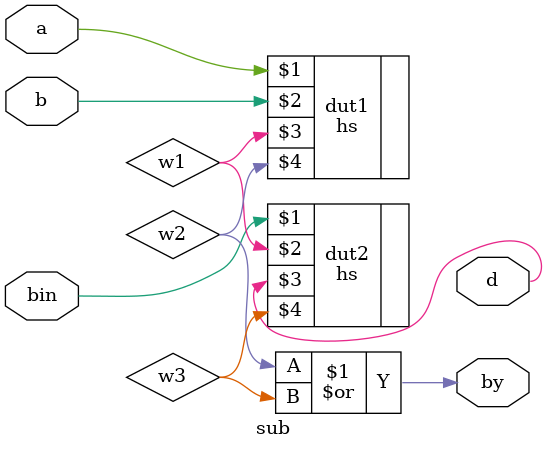
<source format=v>
module sub(input a,b,bin, output d,by);
wire w1,w2,w3;
hs dut1(a,b,w1,w2);
hs dut2(bin,w1,d,w3);
or (by,w2,w3);
endmodule
</source>
